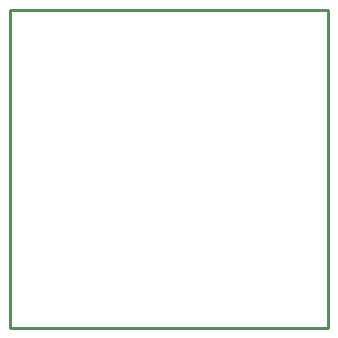
<source format=gbr>
G04 EAGLE Gerber RS-274X export*
G75*
%MOMM*%
%FSLAX34Y34*%
%LPD*%
%IN*%
%IPPOS*%
%AMOC8*
5,1,8,0,0,1.08239X$1,22.5*%
G01*
G04 Define Apertures*
%ADD10C,0.254000*%
D10*
X40000Y90000D02*
X310000Y90000D01*
X310000Y360000D01*
X40000Y360000D01*
X40000Y90000D01*
M02*

</source>
